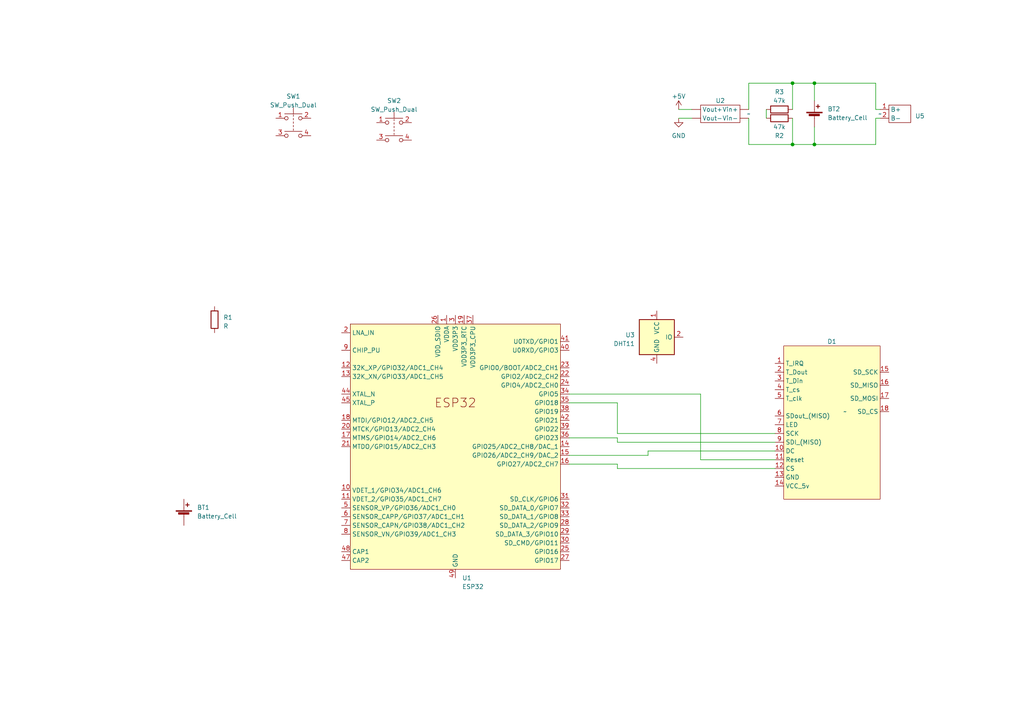
<source format=kicad_sch>
(kicad_sch (version 20230121) (generator eeschema)
  (paper "A4")
  (lib_symbols
    (symbol "Device:Battery_Cell" (pin_numbers hide) (pin_names (offset 0) hide)
      (property "Reference" "BT" (at 2.54 2.54 0))
      (property "Value" "Battery_Cell" (at 2.54 0 0))
      (symbol "Battery_Cell_0_1"
        (rectangle (start -2.286 1.778) (end 2.286 1.524) (fill (type outline)))
        (rectangle (start -1.5748 1.1938) (end 1.4732 0.6858) (fill (type outline)))
        (polyline (pts (xy 0 0.762) (xy 0 0)))
        (polyline (pts (xy 0 1.778) (xy 0 2.54)))
        (polyline (pts (xy 0.508 3.429) (xy 1.524 3.429)) (stroke (width 0.254)))
        (polyline (pts (xy 1.016 3.937) (xy 1.016 2.921)) (stroke (width 0.254)))
      )
      (symbol "Battery_Cell_1_1"
        (pin passive line (at 0 5.08 270) (length 2.54) (name "+") (number "1"))
        (pin passive line (at 0 -2.54 90) (length 2.54) (name "-") (number "2"))
      )
    )
    (symbol "Device:R" (pin_numbers hide) (pin_names (offset 0))
      (property "Reference" "R" (at 2.032 0 90))
      (property "Value" "R" (at 0 0 90))
      (symbol "R_0_1"
        (rectangle (start -1.016 -2.54) (end 1.016 2.54) (stroke (width 0.254)))
      )
      (symbol "R_1_1"
        (pin passive line (at 0 3.81 270) (length 1.27) (name "~") (number "1"))
        (pin passive line (at 0 -3.81 90) (length 1.27) (name "~") (number "2"))
      )
    )
    (symbol "Link_Library:Battery_Loader_USB"
      (property "Reference" "U" (at 0 0 0))
      (symbol "Battery_Loader_USB_1_1"
        (rectangle (start 2.54 2.54) (end 8.89 -2.54))
        (pin power_out line (at 0 1.27 0) (length 2.54) (name "B+") (number "1"))
        (pin power_out line (at 0 -1.27 0) (length 2.54) (name "B-") (number "2"))
      )
    )
    (symbol "Link_Library:MT3608_Module"
      (property "Reference" "U" (at 0 0 0))
      (symbol "MT3608_Module_0_1"
        (rectangle (start -13.97 2.54) (end -2.54 -2.54))
      )
      (symbol "MT3608_Module_1_1"
        (pin power_in line (at 0 1.27 180) (length 2.54) (name "Vin+") (number ""))
        (pin power_in line (at 0 -1.27 180) (length 2.54) (name "Vin-") (number ""))
        (pin power_out line (at -16.51 1.27 0) (length 2.54) (name "Vout+") (number ""))
        (pin power_out line (at -16.51 -1.27 0) (length 2.54) (name "Vout-") (number ""))
      )
    )
    (symbol "Link_Library:TFT_240x320_Touch"
      (property "Reference" "D" (at 0 0 0))
      (symbol "TFT_240x320_Touch_1_1"
        (rectangle (start -17.78 19.05) (end 10.16 -25.4) (fill (type background)))
        (pin bidirectional line (at -20.32 13.97 0) (length 2.54) (name "T_IRQ") (number "1"))
        (pin bidirectional line (at -20.32 -11.43 0) (length 2.54) (name "DC") (number "10"))
        (pin bidirectional line (at -20.32 -13.97 0) (length 2.54) (name "Reset") (number "11"))
        (pin bidirectional line (at -20.32 -16.51 0) (length 2.54) (name "CS") (number "12"))
        (pin power_in line (at -20.32 -19.05 0) (length 2.54) (name "GND") (number "13"))
        (pin power_in line (at -20.32 -21.59 0) (length 2.54) (name "VCC_5v") (number "14"))
        (pin bidirectional line (at 12.7 11.43 180) (length 2.54) (name "SD_SCK") (number "15"))
        (pin bidirectional line (at 12.7 7.62 180) (length 2.54) (name "SD_MISO") (number "16"))
        (pin bidirectional line (at 12.7 3.81 180) (length 2.54) (name "SD_MOSI") (number "17"))
        (pin bidirectional line (at 12.7 0 180) (length 2.54) (name "SD_CS") (number "18"))
        (pin bidirectional line (at -20.32 11.43 0) (length 2.54) (name "T_Dout") (number "2"))
        (pin bidirectional line (at -20.32 8.89 0) (length 2.54) (name "T_Din") (number "3"))
        (pin bidirectional line (at -20.32 6.35 0) (length 2.54) (name "T_cs") (number "4"))
        (pin bidirectional line (at -20.32 3.81 0) (length 2.54) (name "T_clk") (number "5"))
        (pin bidirectional line (at -20.32 -1.27 0) (length 2.54) (name "SDout_(MISO)") (number "6"))
        (pin power_in line (at -20.32 -3.81 0) (length 2.54) (name "LED") (number "7"))
        (pin bidirectional line (at -20.32 -6.35 0) (length 2.54) (name "SCK") (number "8"))
        (pin bidirectional line (at -20.32 -8.89 0) (length 2.54) (name "SDI_(MISO)") (number "9"))
      )
    )
    (symbol "Sensor:DHT11"
      (property "Reference" "U" (at -3.81 6.35 0))
      (property "Value" "DHT11" (at 3.81 6.35 0))
      (symbol "DHT11_0_1"
        (rectangle (start -5.08 5.08) (end 5.08 -5.08) (stroke (width 0.254)) (fill (type background)))
      )
      (symbol "DHT11_1_1"
        (pin power_in line (at 0 7.62 270) (length 2.54) (name "VCC") (number "1"))
        (pin bidirectional line (at 7.62 0 180) (length 2.54) (name "IO") (number "2"))
        (pin no_connect line (at -5.08 0 0) (length 2.54) hide (name "NC") (number "3"))
        (pin power_in line (at 0 -7.62 90) (length 2.54) (name "GND") (number "4"))
      )
    )
    (symbol "Switch:SW_Push_Dual" (pin_names (offset 1.016) hide)
      (property "Reference" "SW" (at 1.27 2.54 0))
      (property "Value" "SW_Push_Dual" (at 0 -6.858 0))
      (symbol "SW_Push_Dual_0_1"
        (circle (center -2.032 -5.08) (radius 0.508))
        (circle (center -2.032 0) (radius 0.508))
        (polyline (pts (xy 0 -3.048) (xy 0 -3.556)))
        (polyline (pts (xy 0 -2.032) (xy 0 -2.54)))
        (polyline (pts (xy 0 -1.524) (xy 0 -1.016)))
        (polyline (pts (xy 0 -0.508) (xy 0 0)))
        (polyline (pts (xy 0 0.508) (xy 0 1.016)))
        (polyline (pts (xy 0 1.27) (xy 0 3.048)))
        (polyline (pts (xy 2.54 -3.81) (xy -2.54 -3.81)))
        (polyline (pts (xy 2.54 1.27) (xy -2.54 1.27)))
        (circle (center 2.032 -5.08) (radius 0.508))
        (circle (center 2.032 0) (radius 0.508))
        (pin passive line (at -5.08 0 0) (length 2.54) (name "1") (number "1"))
        (pin passive line (at 5.08 0 180) (length 2.54) (name "2") (number "2"))
        (pin passive line (at -5.08 -5.08 0) (length 2.54) (name "3") (number "3"))
        (pin passive line (at 5.08 -5.08 180) (length 2.54) (name "4") (number "4"))
      )
    )
    (symbol "espressiv:ESP32"
      (property "Reference" "U" (at -30.48 40.64 0))
      (property "Value" "ESP32" (at -30.48 38.1 0))
      (symbol "ESP32_0_0"
        (text "ESP32" (at 0 12.7 0) (effects (font (size 2.54 2.54))))
      )
      (symbol "ESP32_0_1"
        (rectangle (start -30.48 35.56) (end 30.48 -35.56) (fill (type background)))
      )
      (symbol "ESP32_1_1"
        (pin power_in line (at -2.54 38.1 270) (length 2.54) (name "VDDA") (number "1"))
        (pin input line (at -33.02 -12.7 0) (length 2.54) (name "VDET_1/GPIO34/ADC1_CH6") (number "10"))
        (pin input line (at -33.02 -15.24 0) (length 2.54) (name "VDET_2/GPIO35/ADC1_CH7") (number "11"))
        (pin bidirectional line (at -33.02 22.86 0) (length 2.54) (name "32K_XP/GPIO32/ADC1_CH4") (number "12"))
        (pin bidirectional line (at -33.02 20.32 0) (length 2.54) (name "32K_XN/GPIO33/ADC1_CH5") (number "13"))
        (pin bidirectional line (at 33.02 0 180) (length 2.54) (name "GPIO25/ADC2_CH8/DAC_1") (number "14"))
        (pin bidirectional line (at 33.02 -2.54 180) (length 2.54) (name "GPIO26/ADC2_CH9/DAC_2") (number "15"))
        (pin bidirectional line (at 33.02 -5.08 180) (length 2.54) (name "GPIO27/ADC2_CH7") (number "16"))
        (pin bidirectional line (at -33.02 2.54 0) (length 2.54) (name "MTMS/GPIO14/ADC2_CH6") (number "17"))
        (pin bidirectional line (at -33.02 7.62 0) (length 2.54) (name "MTDI/GPIO12/ADC2_CH5") (number "18"))
        (pin power_in line (at 2.54 38.1 270) (length 2.54) (name "VDD3P3_RTC") (number "19"))
        (pin bidirectional line (at -33.02 33.02 0) (length 2.54) (name "LNA_IN") (number "2"))
        (pin bidirectional line (at -33.02 5.08 0) (length 2.54) (name "MTCK/GPIO13/ADC2_CH4") (number "20"))
        (pin bidirectional line (at -33.02 0 0) (length 2.54) (name "MTDO/GPIO15/ADC2_CH3") (number "21"))
        (pin bidirectional line (at 33.02 20.32 180) (length 2.54) (name "GPIO2/ADC2_CH2") (number "22"))
        (pin bidirectional line (at 33.02 22.86 180) (length 2.54) (name "GPIO0/BOOT/ADC2_CH1") (number "23"))
        (pin bidirectional line (at 33.02 17.78 180) (length 2.54) (name "GPIO4/ADC2_CH0") (number "24"))
        (pin bidirectional line (at 33.02 -30.48 180) (length 2.54) (name "GPIO16") (number "25"))
        (pin power_out line (at -5.08 38.1 270) (length 2.54) (name "VDD_SDIO") (number "26"))
        (pin bidirectional line (at 33.02 -33.02 180) (length 2.54) (name "GPIO17") (number "27"))
        (pin bidirectional line (at 33.02 -22.86 180) (length 2.54) (name "SD_DATA_2/GPIO9") (number "28"))
        (pin bidirectional line (at 33.02 -25.4 180) (length 2.54) (name "SD_DATA_3/GPIO10") (number "29"))
        (pin power_in line (at 0 38.1 270) (length 2.54) (name "VDD3P3") (number "3"))
        (pin bidirectional line (at 33.02 -27.94 180) (length 2.54) (name "SD_CMD/GPIO11") (number "30"))
        (pin bidirectional line (at 33.02 -15.24 180) (length 2.54) (name "SD_CLK/GPIO6") (number "31"))
        (pin bidirectional line (at 33.02 -17.78 180) (length 2.54) (name "SD_DATA_0/GPIO7") (number "32"))
        (pin bidirectional line (at 33.02 -20.32 180) (length 2.54) (name "SD_DATA_1/GPIO8") (number "33"))
        (pin bidirectional line (at 33.02 15.24 180) (length 2.54) (name "GPIO5") (number "34"))
        (pin bidirectional line (at 33.02 12.7 180) (length 2.54) (name "GPIO18") (number "35"))
        (pin bidirectional line (at 33.02 2.54 180) (length 2.54) (name "GPIO23") (number "36"))
        (pin power_in line (at 5.08 38.1 270) (length 2.54) (name "VDD3P3_CPU") (number "37"))
        (pin bidirectional line (at 33.02 10.16 180) (length 2.54) (name "GPIO19") (number "38"))
        (pin bidirectional line (at 33.02 5.08 180) (length 2.54) (name "GPIO22") (number "39"))
        (pin passive line (at 0 38.1 270) (length 2.54) hide (name "VDD3P3") (number "4"))
        (pin bidirectional line (at 33.02 27.94 180) (length 2.54) (name "U0RXD/GPIO3") (number "40"))
        (pin bidirectional line (at 33.02 30.48 180) (length 2.54) (name "U0TXD/GPIO1") (number "41"))
        (pin bidirectional line (at 33.02 7.62 180) (length 2.54) (name "GPIO21") (number "42"))
        (pin passive line (at -2.54 38.1 270) (length 2.54) hide (name "VDDA") (number "43"))
        (pin output line (at -33.02 15.24 0) (length 2.54) (name "XTAL_N") (number "44"))
        (pin input line (at -33.02 12.7 0) (length 2.54) (name "XTAL_P") (number "45"))
        (pin passive line (at -2.54 38.1 270) (length 2.54) hide (name "VDDA") (number "46"))
        (pin input line (at -33.02 -33.02 0) (length 2.54) (name "CAP2") (number "47"))
        (pin input line (at -33.02 -30.48 0) (length 2.54) (name "CAP1") (number "48"))
        (pin power_in line (at 0 -38.1 90) (length 2.54) (name "GND") (number "49"))
        (pin input line (at -33.02 -17.78 0) (length 2.54) (name "SENSOR_VP/GPIO36/ADC1_CH0") (number "5"))
        (pin input line (at -33.02 -20.32 0) (length 2.54) (name "SENSOR_CAPP/GPIO37/ADC1_CH1") (number "6"))
        (pin input line (at -33.02 -22.86 0) (length 2.54) (name "SENSOR_CAPN/GPIO38/ADC1_CH2") (number "7"))
        (pin input line (at -33.02 -25.4 0) (length 2.54) (name "SENSOR_VN/GPIO39/ADC1_CH3") (number "8"))
        (pin input line (at -33.02 27.94 0) (length 2.54) (name "CHIP_PU") (number "9"))
      )
    )
    (symbol "power:+5V" (power) (pin_names (offset 0))
      (property "Value" "+5V" (at 0 3.556 0))
      (symbol "+5V_0_1"
        (polyline (pts (xy -0.762 1.27) (xy 0 2.54)))
        (polyline (pts (xy 0 0) (xy 0 2.54)))
        (polyline (pts (xy 0 2.54) (xy 0.762 1.27)))
      )
      (symbol "+5V_1_1"
        (pin power_in line (at 0 0 90) (length 0) hide (name "+5V") (number "1"))
      )
    )
    (symbol "power:GND" (power) (pin_names (offset 0))
      (property "Value" "GND" (at 0 -3.81 0))
      (symbol "GND_0_1"
        (polyline (pts (xy 0 0) (xy 0 -1.27) (xy 1.27 -1.27) (xy 0 -2.54) (xy -1.27 -1.27) (xy 0 -1.27)))
      )
      (symbol "GND_1_1"
        (pin power_in line (at 0 0 270) (length 0) hide (name "GND") (number "1"))
      )
    )
  )
  (junction (at 236.22 41.91))
  (junction (at 229.87 24.13))
  (junction (at 236.22 24.13))
  (junction (at 229.87 41.91))
  (wire (pts (xy 255.27 31.75) (xy 254 31.75)))
  (wire (pts (xy 196.85 31.75) (xy 200.66 31.75)))
  (wire (pts (xy 236.22 41.91) (xy 254 41.91)))
  (wire (pts (xy 254 34.29) (xy 255.27 34.29)))
  (wire (pts (xy 203.2 133.35) (xy 203.2 114.3)))
  (wire (pts (xy 236.22 41.91) (xy 236.22 36.83)))
  (wire (pts (xy 254 41.91) (xy 254 34.29)))
  (wire (pts (xy 165.1 132.08) (xy 187.96 132.08)))
  (wire (pts (xy 254 24.13) (xy 236.22 24.13)))
  (wire (pts (xy 187.96 130.81) (xy 224.79 130.81)))
  (wire (pts (xy 229.87 24.13) (xy 229.87 31.75)))
  (wire (pts (xy 217.17 31.75) (xy 217.17 24.13)))
  (wire (pts (xy 179.07 127) (xy 165.1 127)))
  (wire (pts (xy 179.07 135.89) (xy 179.07 134.62)))
  (wire (pts (xy 217.17 34.29) (xy 217.17 41.91)))
  (wire (pts (xy 179.07 125.73) (xy 179.07 116.84)))
  (wire (pts (xy 217.17 24.13) (xy 229.87 24.13)))
  (wire (pts (xy 187.96 130.81) (xy 187.96 132.08)))
  (wire (pts (xy 224.79 135.89) (xy 179.07 135.89)))
  (wire (pts (xy 229.87 24.13) (xy 236.22 24.13)))
  (wire (pts (xy 203.2 114.3) (xy 165.1 114.3)))
  (wire (pts (xy 229.87 34.29) (xy 229.87 41.91)))
  (wire (pts (xy 217.17 41.91) (xy 229.87 41.91)))
  (wire (pts (xy 224.79 133.35) (xy 203.2 133.35)))
  (wire (pts (xy 236.22 24.13) (xy 236.22 29.21)))
  (wire (pts (xy 179.07 116.84) (xy 165.1 116.84)))
  (wire (pts (xy 222.25 31.75) (xy 222.25 34.29)))
  (wire (pts (xy 196.85 34.29) (xy 200.66 34.29)))
  (wire (pts (xy 179.07 134.62) (xy 165.1 134.62)))
  (wire (pts (xy 179.07 128.27) (xy 224.79 128.27)))
  (wire (pts (xy 229.87 41.91) (xy 236.22 41.91)))
  (wire (pts (xy 179.07 125.73) (xy 224.79 125.73)))
  (wire (pts (xy 179.07 128.27) (xy 179.07 127)))
  (wire (pts (xy 254 31.75) (xy 254 24.13)))
  (symbol (lib_id "Switch:SW_Push_Dual") (at 85.09 34.29 0) (unit 1)
    (property "Reference" "SW1" (at 85.09 27.94 0))
    (property "Value" "SW_Push_Dual" (at 85.09 30.48 0))
  )
  (symbol (lib_id "Device:Battery_Cell") (at 53.34 149.86 0) (unit 1)
    (property "Reference" "BT1" (at 57.15 147.193 0) (effects (justify left)))
    (property "Value" "Battery_Cell" (at 57.15 149.733 0) (effects (justify left)))
  )
  (symbol (lib_id "Device:R") (at 226.06 34.29 90) (unit 1)
    (property "Reference" "R2" (at 226.06 39.37 90))
    (property "Value" "47k" (at 226.06 36.83 90))
  )
  (symbol (lib_id "power:GND") (at 196.85 34.29 0) (unit 1)
    (property "Reference" "#PWR02" (effects hide))
    (property "Value" "GND" (at 196.85 39.37 0))
  )
  (symbol (lib_id "Link_Library:TFT_240x320_Touch") (at 245.11 119.38 0) (unit 1)
    (property "Reference" "D1" (at 241.3 99.06 0))
    (property "Value" "~" (at 245.11 119.38 0))
  )
  (symbol (lib_id "Sensor:DHT11") (at 190.5 97.79 0) (unit 1)
    (property "Reference" "U3" (at 184.15 97.155 0) (effects (justify right)))
    (property "Value" "DHT11" (at 184.15 99.695 0) (effects (justify right)))
    (property "Footprint" "Sensor:Aosong_DHT11_5.5x12.0_P2.54mm" (effects hide))
    (property "Datasheet" "http://akizukidenshi.com/download/ds/aosong/DHT11.pdf" (effects hide))
  )
  (symbol (lib_id "Link_Library:Battery_Loader_USB") (at 255.27 33.02 0) (unit 1)
    (property "Reference" "U5" (at 265.43 33.655 0) (effects (justify left)))
    (property "Value" "~" (at 255.27 33.02 0))
  )
  (symbol (lib_id "power:+5V") (at 196.85 31.75 0) (unit 1)
    (property "Reference" "#PWR01" (effects hide))
    (property "Value" "+5V" (at 196.85 27.94 0))
  )
  (symbol (lib_id "Device:R") (at 226.06 31.75 90) (unit 1)
    (property "Reference" "R3" (at 226.06 26.67 90))
    (property "Value" "47k" (at 226.06 29.21 90))
  )
  (symbol (lib_id "Switch:SW_Push_Dual") (at 114.3 35.56 0) (unit 1)
    (property "Reference" "SW2" (at 114.3 29.21 0))
    (property "Value" "SW_Push_Dual" (at 114.3 31.75 0))
  )
  (symbol (lib_id "Device:R") (at 62.23 92.71 0) (unit 1)
    (property "Reference" "R1" (at 64.77 92.075 0) (effects (justify left)))
    (property "Value" "R" (at 64.77 94.615 0) (effects (justify left)))
  )
  (symbol (lib_id "Device:Battery_Cell") (at 236.22 34.29 0) (unit 1)
    (property "Reference" "BT2" (at 240.03 31.623 0) (effects (justify left)))
    (property "Value" "Battery_Cell" (at 240.03 34.163 0) (effects (justify left)))
  )
  (symbol (lib_id "Link_Library:MT3608_Module") (at 217.17 33.02 0) (unit 1)
    (property "Reference" "U2" (at 208.915 29.21 0))
    (property "Value" "~" (at 217.17 33.02 0))
  )
  (symbol (lib_id "espressiv:ESP32") (at 132.08 129.54 0) (unit 1)
    (property "Reference" "U1" (at 134.0359 167.64 0) (effects (justify left)))
    (property "Value" "ESP32" (at 134.0359 170.18 0) (effects (justify left)))
    (property "Footprint" "Package_DFN_QFN:QFN-48-1EP_6x6mm_P0.4mm_EP4.3x4.3mm" (effects hide))
    (property "Datasheet" "https://www.espressif.com/sites/default/files/documentation/esp32_datasheet_en.pdf" (effects hide))
  )
)
</source>
